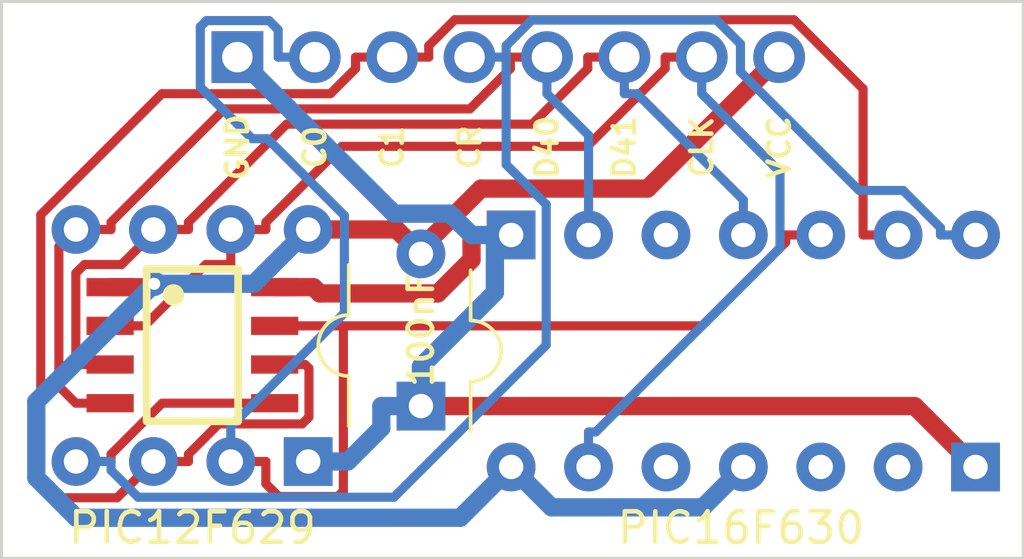
<source format=kicad_pcb>
(kicad_pcb (version 20211014) (generator pcbnew)
  (title_block (title "SNESCIC ADAPTER") (date "2022-07-11") (rev "V1"))
  (layers (0 "F.Cu" signal) (31 "B.Cu" signal) (34 "B.Paste" user) (35 "F.Paste" user) (36 "B.SilkS" user "B.Silkscreen") (37 "F.SilkS" user "F.Silkscreen") (38 "B.Mask" user) (39 "F.Mask" user) (44 "Edge.Cuts" user))
  (net 0 "")
  (net 1 "VCC")
  (net 2 "GND")
  (net 3 "D40")
  (net 4 "D41")
  (net 5 "CLK2")
  (net 6 "CIC DATA 1")
  (net 7 "CIC DATA 0")
  (net 8 "CIC RESET")
  (footprint "Package_DIP:DIP-8_W7.62mm" (layer "F.Cu") (at 162.3 91.2 -90)
    (fp_text reference "PIC12F629" (at 9.8 3.8) (layer "F.SilkS"))
    (fp_text value "snesCIC" hide)
    (fp_line (start 6.46 -1.33) (end 4.81 -1.33) (layer "F.SilkS") (width 0.12))
    (fp_line (start 2.81 -1.33) (end 1.16 -1.33) (layer "F.SilkS") (width 0.12))
    (fp_arc (start 4.81 -1.33) (mid 3.81 -0.33) (end 2.81 -1.33) (layer "F.SilkS") (width 0.12))
    (pad "1" thru_hole circle (at 0 0 270) (size 1.6 1.6) (drill 0.8) (layers *.Cu *.Mask) (net 1 "VCC"))
    (pad "2" thru_hole oval (at 0 2.54 270) (size 1.6 1.6) (drill 0.8) (layers *.Cu *.Mask) (net 5 "CLK2"))
    (pad "3" thru_hole oval (at 0 5.08 270) (size 1.6 1.6) (drill 0.8) (layers *.Cu *.Mask) (net 4 "D41"))
    (pad "4" thru_hole oval (at 0 7.62 270) (size 1.6 1.6) (drill 0.8) (layers *.Cu *.Mask) (net 3 "D40"))
    (pad "5" thru_hole oval (at 7.62 7.62 270) (size 1.6 1.6) (drill 0.8) (layers *.Cu *.Mask) (net 8 "CIC RESET"))
    (pad "6" thru_hole oval (at 7.62 5.08 270) (size 1.6 1.6) (drill 0.8) (layers *.Cu *.Mask) (net 6 "CIC DATA 1"))
    (pad "7" thru_hole oval (at 7.62 2.54 270) (size 1.6 1.6) (drill 0.8) (layers *.Cu *.Mask) (net 7 "CIC DATA 0"))
    (pad "8" thru_hole rect (at 7.62 0 270) (size 1.6 1.6) (drill 0.8) (layers *.Cu *.Mask) (net 2 "GND"))
  )
  (footprint "Package_DIP:DIP-14_W7.62mm" (layer "F.Cu") (at 168.96 99 90)
    (fp_text reference "PIC16F630" (at -2 7.54) (layer "F.SilkS"))
    (fp_text value "SuperCIC" hide)
    (fp_line (start 6.46 -1.33) (end 4.81 -1.33) (layer "F.SilkS") (width 0.12))
    (fp_line (start 2.81 -1.33) (end 1.16 -1.33) (layer "F.SilkS") (width 0.12))
    (fp_arc (start 4.81 -1.33) (mid 3.81 -0.33) (end 2.81 -1.33) (layer "F.SilkS") (width 0.12))
    (pad "1" thru_hole circle (at 0 0 90) (size 1.6 1.6) (drill 0.8) (layers *.Cu *.Mask) (net 1 "VCC"))
    (pad "2" thru_hole oval (at 0 2.54 90) (size 1.6 1.6) (drill 0.8) (layers *.Cu *.Mask) (net 5 "CLK2"))
    (pad "3" thru_hole oval (at 0 5.08 90) (size 1.6 1.6) (drill 0.8) (layers *.Cu *.Mask))
    (pad "4" thru_hole oval (at 0 7.62 90) (size 1.6 1.6) (drill 0.8) (layers *.Cu *.Mask) (net 1 "VCC"))
    (pad "5" thru_hole oval (at 0 10.16 90) (size 1.6 1.6) (drill 0.8) (layers *.Cu *.Mask))
    (pad "6" thru_hole oval (at 0 12.7 90) (size 1.6 1.6) (drill 0.8) (layers *.Cu *.Mask))
    (pad "7" thru_hole rect (at 0 15.24 90) (size 1.6 1.6) (drill 0.8) (layers *.Cu *.Mask) (net 2 "GND"))
    (pad "8" thru_hole oval (at 7.62 15.24 90) (size 1.6 1.6) (drill 0.8) (layers *.Cu *.Mask) (net 8 "CIC RESET"))
    (pad "9" thru_hole oval (at 7.62 12.7 90) (size 1.6 1.6) (drill 0.8) (layers *.Cu *.Mask) (net 6 "CIC DATA 1"))
    (pad "10" thru_hole oval (at 7.62 10.16 90) (size 1.6 1.6) (drill 0.8) (layers *.Cu *.Mask) (net 7 "CIC DATA 0"))
    (pad "11" thru_hole oval (at 7.62 7.62 90) (size 1.6 1.6) (drill 0.8) (layers *.Cu *.Mask) (net 4 "D41"))
    (pad "12" thru_hole oval (at 7.62 5.08 90) (size 1.6 1.6) (drill 0.8) (layers *.Cu *.Mask))
    (pad "13" thru_hole oval (at 7.62 2.54 90) (size 1.6 1.6) (drill 0.8) (layers *.Cu *.Mask) (net 3 "D40"))
    (pad "14" thru_hole rect (at 7.62 0 90) (size 1.6 1.6) (drill 0.8) (layers *.Cu *.Mask) (net 2 "GND"))
  )
  (footprint "snes_cart:8-SOIC" (layer "F.Cu") (at 158.5 95 90)
    (fp_text reference "SMD_PIC12F629" hide)
    (fp_text value "snesCIC" hide)
    (fp_line (start -2.5 -1.5) (end 2.5 -1.5) (layer "F.SilkS") (width 0.254))
    (fp_line (start 2.5 1.5) (end -2.5 1.5) (layer "F.SilkS") (width 0.254))
    (fp_line (start 2.5 -1.5) (end 2.5 1.5) (layer "F.SilkS") (width 0.254))
    (fp_line (start -2.5 1.5) (end -2.5 -1.5) (layer "F.SilkS") (width 0.254))
    (fp_circle (center 1.6484 -0.623) (end 1.825176 -0.623) (layer "F.SilkS") (width 0.353553) (fill solid))
    (pad "1" smd rect (at 1.905 -2.7 180) (size 1.55 0.6) (layers "F.Cu" "F.Paste" "F.Mask") (net 1 "VCC"))
    (pad "2" smd rect (at 0.635 -2.7 180) (size 1.55 0.6) (layers "F.Cu" "F.Paste" "F.Mask") (net 5 "CLK2"))
    (pad "3" smd rect (at -0.635 -2.7 180) (size 1.55 0.6) (layers "F.Cu" "F.Paste" "F.Mask") (net 4 "D41"))
    (pad "4" smd rect (at -1.905 -2.7 180) (size 1.55 0.6) (layers "F.Cu" "F.Paste" "F.Mask") (net 3 "D40"))
    (pad "5" smd rect (at -1.905 2.7 180) (size 1.55 0.6) (layers "F.Cu" "F.Paste" "F.Mask") (net 8 "CIC RESET"))
    (pad "6" smd rect (at -0.635 2.7 180) (size 1.55 0.6) (layers "F.Cu" "F.Paste" "F.Mask") (net 6 "CIC DATA 1"))
    (pad "7" smd rect (at 0.635 2.7 180) (size 1.55 0.6) (layers "F.Cu" "F.Paste" "F.Mask") (net 7 "CIC DATA 0"))
    (pad "8" smd rect (at 1.905 2.7 180) (size 1.55 0.6) (layers "F.Cu" "F.Paste" "F.Mask") (net 2 "GND"))
  )
  (footprint "Capacitor_THT:C_Disc_D5.0mm_W2.5mm_P5.00mm" (layer "F.Cu") (at 166 92 -90)
    (fp_text reference "C1" hide)
    (fp_text value "100nF" (at 2.5 0 90) (layer "F.SilkS") (effects (font (size 0.8 0.8))))
    (pad "1" thru_hole circle (at 0 0 270) (size 1.6 1.6) (drill 0.8) (layers *.Cu *.Mask) (net 1 "VCC"))
    (pad "2" thru_hole rect (at 5 0 270) (size 1.6 1.6) (drill 0.8) (layers *.Cu *.Mask) (net 2 "GND"))
  )
  (footprint "Connector_PinHeader_2.54mm:PinHeader_1x08_P2.54mm_Vertical" (layer "B.Cu") (at 177.755 85.539 90)
    (fp_text reference "JCIC1" hide)
    (fp_text value "Conn_01x08" hide)
    (pad "1" thru_hole circle (at 0 0 90) (size 1.7 1.7) (drill 1) (layers *.Cu *.Mask) (net 1 "VCC"))
    (pad "2" thru_hole oval (at 0 -2.54 90) (size 1.7 1.7) (drill 1) (layers *.Cu *.Mask) (net 5 "CLK2"))
    (pad "3" thru_hole oval (at 0 -5.08 90) (size 1.7 1.7) (drill 1) (layers *.Cu *.Mask) (net 4 "D41"))
    (pad "4" thru_hole oval (at 0 -7.62 90) (size 1.7 1.7) (drill 1) (layers *.Cu *.Mask) (net 3 "D40"))
    (pad "5" thru_hole oval (at 0 -10.16 90) (size 1.7 1.7) (drill 1) (layers *.Cu *.Mask) (net 8 "CIC RESET"))
    (pad "6" thru_hole oval (at 0 -12.7 90) (size 1.7 1.7) (drill 1) (layers *.Cu *.Mask) (net 6 "CIC DATA 1"))
    (pad "7" thru_hole oval (at 0 -15.24 90) (size 1.7 1.7) (drill 1) (layers *.Cu *.Mask) (net 7 "CIC DATA 0"))
    (pad "8" thru_hole rect (at 0 -17.78 90) (size 1.7 1.7) (drill 1) (layers *.Cu *.Mask) (net 2 "GND"))
  )
  (gr_line (start 152.236 102) (end 152.236 83.712) (layer "Edge.Cuts") (width 0.1))
  (gr_line (start 185.764 83.712) (end 185.764 102) (layer "Edge.Cuts") (width 0.1))
  (gr_line (start 185.764 102) (end 152.236 102) (layer "Edge.Cuts") (width 0.1))
  (gr_line (start 152.236 83.712) (end 185.764 83.712) (layer "Edge.Cuts") (width 0.1))
  (gr_text "GND" (at 159.975 88.5 90) (layer "F.SilkS") (effects (font (size 0.7 0.7))))
  (gr_text "D40" (at 170.135 88.5 90) (layer "F.SilkS") (effects (font (size 0.7 0.7))))
  (gr_text "CR" (at 167.595 88.5 90) (layer "F.SilkS") (effects (font (size 0.7 0.7))))
  (gr_text "D41" (at 172.675 88.5 90) (layer "F.SilkS") (effects (font (size 0.7 0.7))))
  (gr_text "CLK" (at 175.215 88.5 90) (layer "F.SilkS") (effects (font (size 0.7 0.7))))
  (gr_text "VCC" (at 177.755 88.5 90) (layer "F.SilkS") (effects (font (size 0.7 0.7))))
  (gr_text "C0" (at 162.515 88.5 90) (layer "F.SilkS") (effects (font (size 0.7 0.7))))
  (gr_text "C1" (at 165.055 88.5 90) (layer "F.SilkS") (effects (font (size 0.7 0.7))))
  (segment (start 167.9708 89.8565) (end 173.4375 89.8565) (width 0.6) (layer "F.Cu") (net 1))
  (segment (start 165.2 91.2) (end 165.9137 91.9136) (width 0.6) (layer "F.Cu") (net 1))
  (segment (start 165.9137 91.9136) (end 166 92) (width 0.6) (layer "F.Cu") (net 1))
  (segment (start 162.3 91.2) (end 165.2 91.2) (width 0.6) (layer "F.Cu") (net 1))
  (segment (start 173.4375 89.8565) (end 177.755 85.539) (width 0.6) (layer "F.Cu") (net 1))
  (segment (start 165.9137 91.9136) (end 167.9708 89.8565) (width 0.6) (layer "F.Cu") (net 1))
  (segment (start 157.2442 92.9837) (end 157.1329 93.095) (width 0.6) (layer "F.Cu") (net 1))
  (segment (start 157.1329 93.095) (end 155.8 93.095) (width 0.6) (layer "F.Cu") (net 1))
  (via (at 157.2442 92.9837) (size 0.8) (drill 0.4) (layers "F.Cu" "B.Cu") (net 1))
  (segment (start 170.2858 100.3258) (end 175.2542 100.3258) (width 0.6) (layer "B.Cu") (net 1))
  (segment (start 162.3 91.2) (end 160.5163 92.9837) (width 0.6) (layer "B.Cu") (net 1))
  (segment (start 157.2442 92.9837) (end 153.3763 96.8516) (width 0.6) (layer "B.Cu") (net 1))
  (segment (start 168.96 99) (end 170.2858 100.3258) (width 0.6) (layer "B.Cu") (net 1))
  (segment (start 153.3763 99.3554) (end 154.6894 100.6685) (width 0.6) (layer "B.Cu") (net 1))
  (segment (start 167.2915 100.6685) (end 168.96 99) (width 0.6) (layer "B.Cu") (net 1))
  (segment (start 160.5163 92.9837) (end 157.2442 92.9837) (width 0.6) (layer "B.Cu") (net 1))
  (segment (start 154.6894 100.6685) (end 167.2915 100.6685) (width 0.6) (layer "B.Cu") (net 1))
  (segment (start 175.2542 100.3258) (end 176.58 99) (width 0.6) (layer "B.Cu") (net 1))
  (segment (start 153.3763 96.8516) (end 153.3763 99.3554) (width 0.6) (layer "B.Cu") (net 1))
  (segment (start 166.552 93.3004) (end 162.6807 93.3004) (width 0.6) (layer "F.Cu") (net 2))
  (segment (start 161.2 93.095) (end 162.4753 93.095) (width 0.6) (layer "F.Cu") (net 2))
  (segment (start 167.6597 92.1927) (end 166.552 93.3004) (width 0.6) (layer "F.Cu") (net 2))
  (segment (start 167.6597 91.38) (end 167.6597 92.1927) (width 0.6) (layer "F.Cu") (net 2))
  (segment (start 168.96 91.38) (end 167.6597 91.38) (width 0.6) (layer "F.Cu") (net 2))
  (segment (start 182.2 97) (end 166 97) (width 0.6) (layer "F.Cu") (net 2))
  (segment (start 162.6807 93.3004) (end 162.4753 93.095) (width 0.6) (layer "F.Cu") (net 2))
  (segment (start 184.2 99) (end 182.2 97) (width 0.6) (layer "F.Cu") (net 2))
  (segment (start 165.116 90.68) (end 166.9597 90.68) (width 0.6) (layer "B.Cu") (net 2))
  (segment (start 168.4266 93.2731) (end 166 95.6997) (width 0.6) (layer "B.Cu") (net 2))
  (segment (start 166.9597 90.68) (end 167.6597 91.38) (width 0.6) (layer "B.Cu") (net 2))
  (segment (start 168.4265 91.38) (end 167.6597 91.38) (width 0.6) (layer "B.Cu") (net 2))
  (segment (start 168.96 91.38) (end 168.4266 91.38) (width 0.6) (layer "B.Cu") (net 2))
  (segment (start 168.4265 91.38) (end 168.4266 91.38) (width 0.6) (layer "B.Cu") (net 2))
  (segment (start 162.3 98.82) (end 163.6003 98.82) (width 0.6) (layer "B.Cu") (net 2))
  (segment (start 164.6997 97.7206) (end 164.6997 97) (width 0.6) (layer "B.Cu") (net 2))
  (segment (start 166 97) (end 166 95.6997) (width 0.6) (layer "B.Cu") (net 2))
  (segment (start 166 97) (end 164.6997 97) (width 0.6) (layer "B.Cu") (net 2))
  (segment (start 159.975 85.539) (end 165.116 90.68) (width 0.6) (layer "B.Cu") (net 2))
  (segment (start 163.6003 98.82) (end 164.6997 97.7206) (width 0.6) (layer "B.Cu") (net 2))
  (segment (start 168.4266 91.38) (end 168.4266 93.2731) (width 0.6) (layer "B.Cu") (net 2))
  (segment (start 155.8303 91.2) (end 155.8303 90.9616) (width 0.3) (layer "F.Cu") (net 3))
  (segment (start 154.68 91.2) (end 154.1182 91.7618) (width 0.3) (layer "F.Cu") (net 3))
  (segment (start 154.1182 91.7618) (end 154.1182 96.3485) (width 0.3) (layer "F.Cu") (net 3))
  (segment (start 154.68 91.2) (end 155.8303 91.2) (width 0.3) (layer "F.Cu") (net 3))
  (segment (start 167.6093 87.2396) (end 168.9347 85.9142) (width 0.3) (layer "F.Cu") (net 3))
  (segment (start 168.9347 85.9142) (end 168.9347 85.539) (width 0.3) (layer "F.Cu") (net 3))
  (segment (start 154.1182 96.3485) (end 154.6747 96.905) (width 0.3) (layer "F.Cu") (net 3))
  (segment (start 159.5523 87.2396) (end 167.6093 87.2396) (width 0.3) (layer "F.Cu") (net 3))
  (segment (start 170.135 85.539) (end 168.9347 85.539) (width 0.3) (layer "F.Cu") (net 3))
  (segment (start 155.8303 90.9616) (end 159.5523 87.2396) (width 0.3) (layer "F.Cu") (net 3))
  (segment (start 155.8 96.905) (end 154.6747 96.905) (width 0.3) (layer "F.Cu") (net 3))
  (segment (start 171.5 88.1043) (end 171.5 91.38) (width 0.3) (layer "B.Cu") (net 3))
  (segment (start 170.135 85.539) (end 170.135 86.7393) (width 0.3) (layer "B.Cu") (net 3))
  (segment (start 170.135 86.7393) (end 171.5 88.1043) (width 0.3) (layer "B.Cu") (net 3))
  (segment (start 158.3703 90.9616) (end 161.592 87.7399) (width 0.3) (layer "F.Cu") (net 4))
  (segment (start 157.325 91.2) (end 156.1745 92.3505) (width 0.3) (layer "F.Cu") (net 4))
  (segment (start 157.7952 91.2) (end 157.325 91.2) (width 0.3) (layer "F.Cu") (net 4))
  (segment (start 161.592 87.7399) (end 169.649 87.7399) (width 0.3) (layer "F.Cu") (net 4))
  (segment (start 155.8 95.635) (end 154.6747 95.635) (width 0.3) (layer "F.Cu") (net 4))
  (segment (start 154.6747 92.6316) (end 154.6747 95.635) (width 0.3) (layer "F.Cu") (net 4))
  (segment (start 154.9558 92.3505) (end 154.6747 92.6316) (width 0.3) (layer "F.Cu") (net 4))
  (segment (start 172.675 85.539) (end 171.4747 85.539) (width 0.3) (layer "F.Cu") (net 4))
  (segment (start 156.1745 92.3505) (end 154.9558 92.3505) (width 0.3) (layer "F.Cu") (net 4))
  (segment (start 157.22 91.2) (end 157.325 91.2) (width 0.3) (layer "F.Cu") (net 4))
  (segment (start 169.649 87.7399) (end 171.4747 85.9142) (width 0.3) (layer "F.Cu") (net 4))
  (segment (start 157.7952 91.2) (end 158.3703 91.2) (width 0.3) (layer "F.Cu") (net 4))
  (segment (start 158.3703 91.2) (end 158.3703 90.9616) (width 0.3) (layer "F.Cu") (net 4))
  (segment (start 171.4747 85.9142) (end 171.4747 85.539) (width 0.3) (layer "F.Cu") (net 4))
  (segment (start 172.675 85.539) (end 172.675 86.7393) (width 0.3) (layer "B.Cu") (net 4))
  (segment (start 176.58 91.38) (end 176.58 90.2297) (width 0.3) (layer "B.Cu") (net 4))
  (segment (start 172.675 86.7393) (end 173.0896 86.7393) (width 0.3) (layer "B.Cu") (net 4))
  (segment (start 173.0896 86.7393) (end 176.58 90.2297) (width 0.3) (layer "B.Cu") (net 4))
  (segment (start 174.0147 85.9141) (end 171.4612 88.4676) (width 0.3) (layer "F.Cu") (net 5))
  (segment (start 159.76 91.2) (end 160.9103 91.2) (width 0.3) (layer "F.Cu") (net 5))
  (segment (start 160.9103 90.9616) (end 160.9103 91.2) (width 0.3) (layer "F.Cu") (net 5))
  (segment (start 163.4043 88.4676) (end 160.9103 90.9616) (width 0.3) (layer "F.Cu") (net 5))
  (segment (start 171.4612 88.4676) (end 163.4043 88.4676) (width 0.3) (layer "F.Cu") (net 5))
  (segment (start 158.94 92.3503) (end 159.76 92.3503) (width 0.3) (layer "F.Cu") (net 5))
  (segment (start 155.8 94.365) (end 156.9253 94.365) (width 0.3) (layer "F.Cu") (net 5))
  (segment (start 156.9253 94.365) (end 158.94 92.3503) (width 0.3) (layer "F.Cu") (net 5))
  (segment (start 175.215 85.539) (end 174.0147 85.539) (width 0.3) (layer "F.Cu") (net 5))
  (segment (start 174.0147 85.539) (end 174.0147 85.9141) (width 0.3) (layer "F.Cu") (net 5))
  (segment (start 159.76 91.2) (end 159.76 92.3503) (width 0.3) (layer "F.Cu") (net 5))
  (segment (start 177.783 89.3073) (end 177.783 91.805) (width 0.3) (layer "B.Cu") (net 5))
  (segment (start 171.7383 97.8497) (end 171.5 97.8497) (width 0.3) (layer "B.Cu") (net 5))
  (segment (start 171.5 99) (end 171.5 97.8497) (width 0.3) (layer "B.Cu") (net 5))
  (segment (start 175.215 86.7393) (end 177.783 89.3073) (width 0.3) (layer "B.Cu") (net 5))
  (segment (start 175.215 85.539) (end 175.215 86.7393) (width 0.3) (layer "B.Cu") (net 5))
  (segment (start 177.783 91.805) (end 171.7383 97.8497) (width 0.3) (layer "B.Cu") (net 5))
  (segment (start 153.5235 99.3528) (end 154.1816 100.0109) (width 0.3) (layer "F.Cu") (net 6))
  (segment (start 180.5097 86.5805) (end 180.5097 91.38) (width 0.3) (layer "F.Cu") (net 6))
  (segment (start 162.3253 97.3616) (end 162.101 97.5859) (width 0.3) (layer "F.Cu") (net 6))
  (segment (start 157.22 98.82) (end 158.3703 98.82) (width 0.3) (layer "F.Cu") (net 6))
  (segment (start 163.8547 85.9142) (end 163.0296 86.7393) (width 0.3) (layer "F.Cu") (net 6))
  (segment (start 158.3703 98.5816) (end 158.3703 98.82) (width 0.3) (layer "F.Cu") (net 6))
  (segment (start 163.8547 85.539) (end 163.8547 85.9142) (width 0.3) (layer "F.Cu") (net 6))
  (segment (start 161.2 95.635) (end 162.2002 95.635) (width 0.3) (layer "F.Cu") (net 6))
  (segment (start 159.366 97.5859) (end 158.3703 98.5816) (width 0.3) (layer "F.Cu") (net 6))
  (segment (start 178.24 84.3108) (end 180.5097 86.5805) (width 0.3) (layer "F.Cu") (net 6))
  (segment (start 181.66 91.38) (end 180.5097 91.38) (width 0.3) (layer "F.Cu") (net 6))
  (segment (start 154.1816 100.0109) (end 156.0291 100.0109) (width 0.3) (layer "F.Cu") (net 6))
  (segment (start 165.6532 85.539) (end 165.055 85.539) (width 0.3) (layer "F.Cu") (net 6))
  (segment (start 162.101 97.5859) (end 159.366 97.5859) (width 0.3) (layer "F.Cu") (net 6))
  (segment (start 162.3253 95.7601) (end 162.3253 97.3616) (width 0.3) (layer "F.Cu") (net 6))
  (segment (start 157.4997 86.7393) (end 153.5235 90.7155) (width 0.3) (layer "F.Cu") (net 6))
  (segment (start 166.2553 85.1639) (end 167.1084 84.3108) (width 0.3) (layer "F.Cu") (net 6))
  (segment (start 167.1084 84.3108) (end 178.24 84.3108) (width 0.3) (layer "F.Cu") (net 6))
  (segment (start 163.0296 86.7393) (end 157.4997 86.7393) (width 0.3) (layer "F.Cu") (net 6))
  (segment (start 165.055 85.539) (end 163.8547 85.539) (width 0.3) (layer "F.Cu") (net 6))
  (segment (start 162.2002 95.635) (end 162.3253 95.7601) (width 0.3) (layer "F.Cu") (net 6))
  (segment (start 166.2553 85.539) (end 166.2553 85.1639) (width 0.3) (layer "F.Cu") (net 6))
  (segment (start 165.6532 85.539) (end 166.2553 85.539) (width 0.3) (layer "F.Cu") (net 6))
  (segment (start 153.5235 90.7155) (end 153.5235 99.3528) (width 0.3) (layer "F.Cu") (net 6))
  (segment (start 156.0291 100.0109) (end 157.22 98.82) (width 0.3) (layer "F.Cu") (net 6))
  (segment (start 163.4546 94.365) (end 163.4546 99.7867) (width 0.3) (layer "F.Cu") (net 7))
  (segment (start 177.9697 91.6183) (end 175.223 94.365) (width 0.3) (layer "F.Cu") (net 7))
  (segment (start 163.4546 99.7867) (end 163.2709 99.9704) (width 0.3) (layer "F.Cu") (net 7))
  (segment (start 177.9697 91.38) (end 177.9697 91.6183) (width 0.3) (layer "F.Cu") (net 7))
  (segment (start 175.223 94.365) (end 163.4546 94.365) (width 0.3) (layer "F.Cu") (net 7))
  (segment (start 159.76 98.82) (end 160.9103 98.82) (width 0.3) (layer "F.Cu") (net 7))
  (segment (start 161.3314 99.9704) (end 160.9103 99.5493) (width 0.3) (layer "F.Cu") (net 7))
  (segment (start 163.2709 99.9704) (end 161.3314 99.9704) (width 0.3) (layer "F.Cu") (net 7))
  (segment (start 160.9103 99.5493) (end 160.9103 98.82) (width 0.3) (layer "F.Cu") (net 7))
  (segment (start 179.12 91.38) (end 177.9697 91.38) (width 0.3) (layer "F.Cu") (net 7))
  (segment (start 163.4546 94.365) (end 161.2 94.365) (width 0.3) (layer "F.Cu") (net 7))
  (segment (start 163.4877 90.7429) (end 163.4877 93.942) (width 0.3) (layer "B.Cu") (net 7))
  (segment (start 160.458 88.2174) (end 160.9622 88.2174) (width 0.3) (layer "B.Cu") (net 7))
  (segment (start 158.9628 84.3386) (end 158.7597 84.5417) (width 0.3) (layer "B.Cu") (net 7))
  (segment (start 161.0145 84.3386) (end 158.9628 84.3386) (width 0.3) (layer "B.Cu") (net 7))
  (segment (start 161.3147 85.539) (end 161.3147 84.6388) (width 0.3) (layer "B.Cu") (net 7))
  (segment (start 158.7597 84.5417) (end 158.7597 86.5191) (width 0.3) (layer "B.Cu") (net 7))
  (segment (start 163.4877 93.942) (end 159.76 97.6697) (width 0.3) (layer "B.Cu") (net 7))
  (segment (start 161.3147 84.6388) (end 161.0145 84.3386) (width 0.3) (layer "B.Cu") (net 7))
  (segment (start 160.9622 88.2174) (end 163.4877 90.7429) (width 0.3) (layer "B.Cu") (net 7))
  (segment (start 162.515 85.539) (end 161.3147 85.539) (width 0.3) (layer "B.Cu") (net 7))
  (segment (start 159.76 98.82) (end 159.76 97.6697) (width 0.3) (layer "B.Cu") (net 7))
  (segment (start 158.7597 86.5191) (end 160.458 88.2174) (width 0.3) (layer "B.Cu") (net 7))
  (segment (start 161.2 96.905) (end 160.0747 96.905) (width 0.3) (layer "F.Cu") (net 8))
  (segment (start 160.0747 96.905) (end 157.5069 96.905) (width 0.3) (layer "F.Cu") (net 8))
  (segment (start 157.5069 96.905) (end 155.8303 98.5816) (width 0.3) (layer "F.Cu") (net 8))
  (segment (start 154.68 98.82) (end 155.8303 98.82) (width 0.3) (layer "F.Cu") (net 8))
  (segment (start 155.8303 98.5816) (end 155.8303 98.82) (width 0.3) (layer "F.Cu") (net 8))
  (segment (start 168.7953 85.539) (end 168.7953 85.1639) (width 0.3) (layer "B.Cu") (net 8))
  (segment (start 180.3821 89.9183) (end 181.8263 89.9183) (width 0.3) (layer "B.Cu") (net 8))
  (segment (start 156.7169 99.9942) (end 165.1132 99.9942) (width 0.3) (layer "B.Cu") (net 8))
  (segment (start 176.485 86.0212) (end 180.3821 89.9183) (width 0.3) (layer "B.Cu") (net 8))
  (segment (start 175.7033 84.3224) (end 176.485 85.1041) (width 0.3) (layer "B.Cu") (net 8))
  (segment (start 181.8263 89.9183) (end 183.0497 91.1417) (width 0.3) (layer "B.Cu") (net 8))
  (segment (start 154.68 98.82) (end 155.8303 98.82) (width 0.3) (layer "B.Cu") (net 8))
  (segment (start 183.0497 91.1417) (end 183.0497 91.38) (width 0.3) (layer "B.Cu") (net 8))
  (segment (start 170.1104 90.3781) (end 168.7953 89.063) (width 0.3) (layer "B.Cu") (net 8))
  (segment (start 169.6368 84.3224) (end 175.7033 84.3224) (width 0.3) (layer "B.Cu") (net 8))
  (segment (start 168.7953 85.1639) (end 169.6368 84.3224) (width 0.3) (layer "B.Cu") (net 8))
  (segment (start 170.1104 94.997) (end 170.1104 90.3781) (width 0.3) (layer "B.Cu") (net 8))
  (segment (start 184.2 91.38) (end 183.0497 91.38) (width 0.3) (layer "B.Cu") (net 8))
  (segment (start 155.8303 98.82) (end 155.8303 99.1076) (width 0.3) (layer "B.Cu") (net 8))
  (segment (start 167.595 85.539) (end 168.7953 85.539) (width 0.3) (layer "B.Cu") (net 8))
  (segment (start 155.8303 99.1076) (end 156.7169 99.9942) (width 0.3) (layer "B.Cu") (net 8))
  (segment (start 176.485 85.1041) (end 176.485 86.0212) (width 0.3) (layer "B.Cu") (net 8))
  (segment (start 165.1132 99.9942) (end 170.1104 94.997) (width 0.3) (layer "B.Cu") (net 8))
  (segment (start 168.7953 89.063) (end 168.7953 85.539) (width 0.3) (layer "B.Cu") (net 8))
)
</source>
